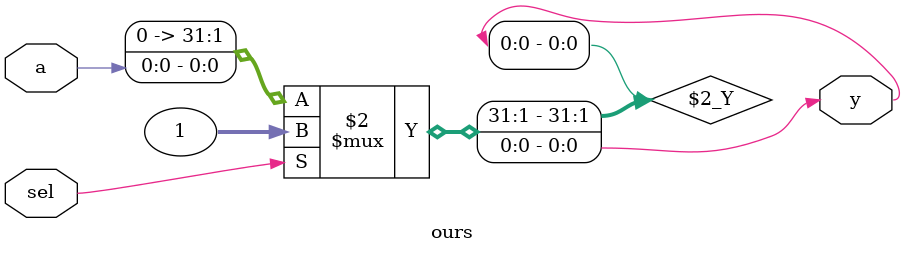
<source format=v>
module ours(
    input wire sel,
    input wire a,
    output wire y
);
    // Directly implementing the multiplexer logic
    assign y = sel ? 1 : a;
endmodule

</source>
